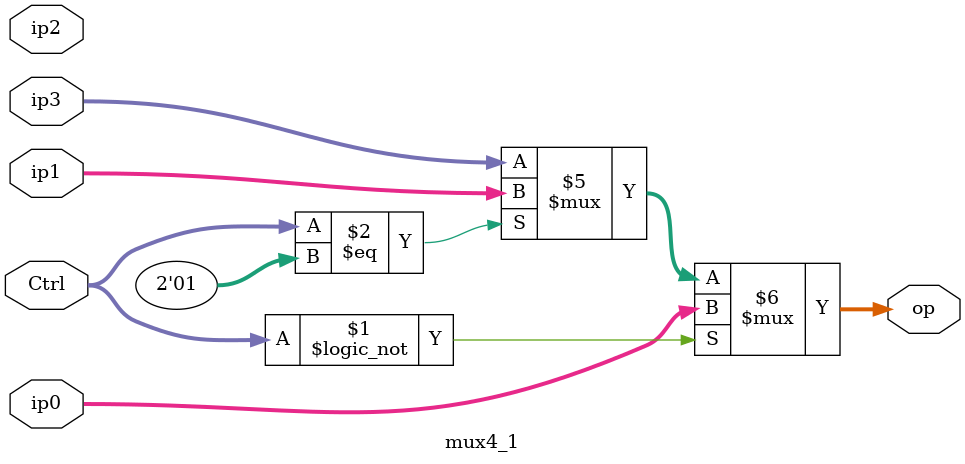
<source format=v>
module mux(ip0,ip1,op,Ctrl);
input [31:0] ip0;
input [31:0] ip1;
input Ctrl;
output [31:0] op;
assign op = (Ctrl == 0)? ip0 : ip1 ;
endmodule 

module mux5bit(ip0,ip1,op,Ctrl);
input [4:0] ip0;
input [4:0] ip1;
input Ctrl;
output [4:0] op;
assign op = (Ctrl == 0)? ip0 : ip1 ;
endmodule

module mux3_1_5bit(ip0,ip1,ip2,op,Ctrl);
input [4:0] ip0;
input [4:0] ip1;
input [4:0] ip2;
input [1:0] Ctrl;
output [4:0] op;
assign op = (Ctrl == 00)? ip0 : (Ctrl==01)? ip1 : ip2 ;  //if ctrl ==10 or 11 then go to ip2
endmodule 

module mux3_1(ip0,ip1,ip2,op,Ctrl);
input [31:0] ip0;
input [31:0] ip1;
input [31:0] ip2;
input [1:0] Ctrl;
output [31:0] op;
assign op = (Ctrl == 00)? ip0 : (Ctrl==01)? ip1 : ip2 ;  //if ctrl ==10 or 11 then go to ip2
endmodule 

module mux4_1(ip0,ip1,ip2,ip3,op,Ctrl);
input [31:0] ip0;
input [31:0] ip1;
input [31:0] ip2;
input [31:0] ip3;
input [1:0] Ctrl;
output [31:0] op;
assign op = (Ctrl == 00)? ip0 : (Ctrl==01)? ip1 : (Ctrl==10)? ip2 : ip3 ; 
endmodule 

</source>
